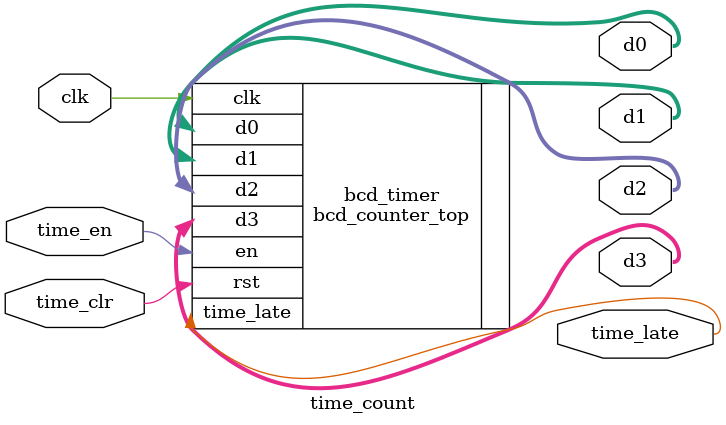
<source format=sv>
`timescale 1ns / 1ps


module time_count(input logic time_clr, time_en, clk, output logic [3:0] d0, d1, d2, d3, output logic time_late);
    
    bcd_counter_top bcd_timer( .en(time_en), .rst(time_clr), .clk(clk), .time_late(time_late), .d0(d0), .d1(d1), .d2(d2), .d3(d3));

endmodule

</source>
